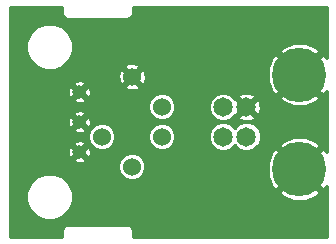
<source format=gbr>
G04 #@! TF.FileFunction,Copper,L2,Inr,Plane*
%FSLAX46Y46*%
G04 Gerber Fmt 4.6, Leading zero omitted, Abs format (unit mm)*
G04 Created by KiCad (PCBNEW 4.0.7) date Thu May  3 20:42:55 2018*
%MOMM*%
%LPD*%
G01*
G04 APERTURE LIST*
%ADD10C,0.100000*%
%ADD11C,1.143000*%
%ADD12C,1.524000*%
%ADD13C,4.600000*%
%ADD14C,1.651000*%
%ADD15C,0.254000*%
G04 APERTURE END LIST*
D10*
D11*
X134620000Y-104140000D03*
X134620000Y-99060000D03*
X134620000Y-101600000D03*
X129540000Y-101600000D03*
D12*
X139065000Y-105410000D03*
X141605000Y-102870000D03*
X141605000Y-100330000D03*
X139065000Y-97790000D03*
D13*
X153250000Y-105600000D03*
X153250000Y-97600000D03*
D14*
X146760000Y-100350000D03*
X148760000Y-100350000D03*
X146760000Y-102850000D03*
X148760000Y-102850000D03*
D12*
X136525000Y-102870000D03*
D15*
G36*
X133173254Y-92456000D02*
X133206043Y-92620839D01*
X133299417Y-92760583D01*
X133439161Y-92853957D01*
X133604000Y-92886746D01*
X138684000Y-92886746D01*
X138848839Y-92853957D01*
X138988583Y-92760583D01*
X139081957Y-92620839D01*
X139114746Y-92456000D01*
X139114746Y-91870746D01*
X155569254Y-91870746D01*
X155569254Y-96184181D01*
X155533518Y-96097907D01*
X155203043Y-95826562D01*
X153429605Y-97600000D01*
X155203043Y-99373438D01*
X155533518Y-99102093D01*
X155569254Y-99014028D01*
X155569254Y-104184181D01*
X155533518Y-104097907D01*
X155203043Y-103826562D01*
X153429605Y-105600000D01*
X155203043Y-107373438D01*
X155533518Y-107102093D01*
X155569254Y-107014028D01*
X155569254Y-111329254D01*
X139114746Y-111329254D01*
X139114746Y-110744000D01*
X139081957Y-110579161D01*
X138988583Y-110439417D01*
X138848839Y-110346043D01*
X138684000Y-110313254D01*
X133604000Y-110313254D01*
X133439161Y-110346043D01*
X133299417Y-110439417D01*
X133206043Y-110579161D01*
X133173254Y-110744000D01*
X133173254Y-111329254D01*
X128700746Y-111329254D01*
X128700746Y-108339791D01*
X130111413Y-108339791D01*
X130410429Y-109063465D01*
X130963623Y-109617625D01*
X131686774Y-109917903D01*
X132469791Y-109918587D01*
X133193465Y-109619571D01*
X133747625Y-109066377D01*
X134047903Y-108343226D01*
X134048587Y-107560209D01*
X134045627Y-107553043D01*
X151476562Y-107553043D01*
X151747907Y-107883518D01*
X152736112Y-108284521D01*
X153802550Y-108276831D01*
X154752093Y-107883518D01*
X155023438Y-107553043D01*
X153250000Y-105779605D01*
X151476562Y-107553043D01*
X134045627Y-107553043D01*
X133749571Y-106836535D01*
X133196377Y-106282375D01*
X132473226Y-105982097D01*
X131690209Y-105981413D01*
X130966535Y-106280429D01*
X130412375Y-106833623D01*
X130112097Y-107556774D01*
X130111413Y-108339791D01*
X128700746Y-108339791D01*
X128700746Y-105636309D01*
X137922056Y-105636309D01*
X138095662Y-106056468D01*
X138416841Y-106378208D01*
X138836696Y-106552547D01*
X139291309Y-106552944D01*
X139711468Y-106379338D01*
X140033208Y-106058159D01*
X140207547Y-105638304D01*
X140207944Y-105183691D01*
X140167626Y-105086112D01*
X150565479Y-105086112D01*
X150573169Y-106152550D01*
X150966482Y-107102093D01*
X151296957Y-107373438D01*
X153070395Y-105600000D01*
X151296957Y-103826562D01*
X150966482Y-104097907D01*
X150565479Y-105086112D01*
X140167626Y-105086112D01*
X140034338Y-104763532D01*
X139713159Y-104441792D01*
X139293304Y-104267453D01*
X138838691Y-104267056D01*
X138418532Y-104440662D01*
X138096792Y-104761841D01*
X137922453Y-105181696D01*
X137922056Y-105636309D01*
X128700746Y-105636309D01*
X128700746Y-104842481D01*
X134097124Y-104842481D01*
X134156967Y-104993376D01*
X134518785Y-105105612D01*
X134896013Y-105070842D01*
X135083033Y-104993376D01*
X135142876Y-104842481D01*
X134620000Y-104319605D01*
X134097124Y-104842481D01*
X128700746Y-104842481D01*
X128700746Y-104038785D01*
X133654388Y-104038785D01*
X133689158Y-104416013D01*
X133766624Y-104603033D01*
X133917519Y-104662876D01*
X134440395Y-104140000D01*
X134799605Y-104140000D01*
X135322481Y-104662876D01*
X135473376Y-104603033D01*
X135585612Y-104241215D01*
X135550842Y-103863987D01*
X135473376Y-103676967D01*
X135322481Y-103617124D01*
X134799605Y-104140000D01*
X134440395Y-104140000D01*
X133917519Y-103617124D01*
X133766624Y-103676967D01*
X133654388Y-104038785D01*
X128700746Y-104038785D01*
X128700746Y-103437519D01*
X134097124Y-103437519D01*
X134620000Y-103960395D01*
X135142876Y-103437519D01*
X135083033Y-103286624D01*
X134721215Y-103174388D01*
X134343987Y-103209158D01*
X134156967Y-103286624D01*
X134097124Y-103437519D01*
X128700746Y-103437519D01*
X128700746Y-103096309D01*
X135382056Y-103096309D01*
X135555662Y-103516468D01*
X135876841Y-103838208D01*
X136296696Y-104012547D01*
X136751309Y-104012944D01*
X137171468Y-103839338D01*
X137493208Y-103518159D01*
X137667547Y-103098304D01*
X137667548Y-103096309D01*
X140462056Y-103096309D01*
X140635662Y-103516468D01*
X140956841Y-103838208D01*
X141376696Y-104012547D01*
X141831309Y-104012944D01*
X142251468Y-103839338D01*
X142573208Y-103518159D01*
X142747547Y-103098304D01*
X142747555Y-103088885D01*
X145553545Y-103088885D01*
X145736798Y-103532391D01*
X146075824Y-103872010D01*
X146519010Y-104056036D01*
X146998885Y-104056455D01*
X147442391Y-103873202D01*
X147760257Y-103555891D01*
X148075824Y-103872010D01*
X148519010Y-104056036D01*
X148998885Y-104056455D01*
X149442391Y-103873202D01*
X149669031Y-103646957D01*
X151476562Y-103646957D01*
X153250000Y-105420395D01*
X155023438Y-103646957D01*
X154752093Y-103316482D01*
X153763888Y-102915479D01*
X152697450Y-102923169D01*
X151747907Y-103316482D01*
X151476562Y-103646957D01*
X149669031Y-103646957D01*
X149782010Y-103534176D01*
X149966036Y-103090990D01*
X149966455Y-102611115D01*
X149783202Y-102167609D01*
X149444176Y-101827990D01*
X149000990Y-101643964D01*
X148521115Y-101643545D01*
X148077609Y-101826798D01*
X147759743Y-102144109D01*
X147444176Y-101827990D01*
X147000990Y-101643964D01*
X146521115Y-101643545D01*
X146077609Y-101826798D01*
X145737990Y-102165824D01*
X145553964Y-102609010D01*
X145553545Y-103088885D01*
X142747555Y-103088885D01*
X142747944Y-102643691D01*
X142574338Y-102223532D01*
X142253159Y-101901792D01*
X141833304Y-101727453D01*
X141378691Y-101727056D01*
X140958532Y-101900662D01*
X140636792Y-102221841D01*
X140462453Y-102641696D01*
X140462056Y-103096309D01*
X137667548Y-103096309D01*
X137667944Y-102643691D01*
X137494338Y-102223532D01*
X137173159Y-101901792D01*
X136753304Y-101727453D01*
X136298691Y-101727056D01*
X135878532Y-101900662D01*
X135556792Y-102221841D01*
X135382453Y-102641696D01*
X135382056Y-103096309D01*
X128700746Y-103096309D01*
X128700746Y-102302481D01*
X134097124Y-102302481D01*
X134156967Y-102453376D01*
X134518785Y-102565612D01*
X134896013Y-102530842D01*
X135083033Y-102453376D01*
X135142876Y-102302481D01*
X134620000Y-101779605D01*
X134097124Y-102302481D01*
X128700746Y-102302481D01*
X128700746Y-101498785D01*
X133654388Y-101498785D01*
X133689158Y-101876013D01*
X133766624Y-102063033D01*
X133917519Y-102122876D01*
X134440395Y-101600000D01*
X134799605Y-101600000D01*
X135322481Y-102122876D01*
X135473376Y-102063033D01*
X135585612Y-101701215D01*
X135550842Y-101323987D01*
X135473376Y-101136967D01*
X135322481Y-101077124D01*
X134799605Y-101600000D01*
X134440395Y-101600000D01*
X133917519Y-101077124D01*
X133766624Y-101136967D01*
X133654388Y-101498785D01*
X128700746Y-101498785D01*
X128700746Y-100897519D01*
X134097124Y-100897519D01*
X134620000Y-101420395D01*
X135142876Y-100897519D01*
X135083033Y-100746624D01*
X134721215Y-100634388D01*
X134343987Y-100669158D01*
X134156967Y-100746624D01*
X134097124Y-100897519D01*
X128700746Y-100897519D01*
X128700746Y-100556309D01*
X140462056Y-100556309D01*
X140635662Y-100976468D01*
X140956841Y-101298208D01*
X141376696Y-101472547D01*
X141831309Y-101472944D01*
X142251468Y-101299338D01*
X142573208Y-100978159D01*
X142734848Y-100588885D01*
X145553545Y-100588885D01*
X145736798Y-101032391D01*
X146075824Y-101372010D01*
X146519010Y-101556036D01*
X146998885Y-101556455D01*
X147442391Y-101373202D01*
X147578722Y-101237109D01*
X148052496Y-101237109D01*
X148143706Y-101414322D01*
X148597916Y-101569150D01*
X149076803Y-101538374D01*
X149376294Y-101414322D01*
X149467504Y-101237109D01*
X148760000Y-100529605D01*
X148052496Y-101237109D01*
X147578722Y-101237109D01*
X147782010Y-101034176D01*
X147790032Y-101014857D01*
X147872891Y-101057504D01*
X148580395Y-100350000D01*
X148939605Y-100350000D01*
X149647109Y-101057504D01*
X149824322Y-100966294D01*
X149979150Y-100512084D01*
X149948374Y-100033197D01*
X149824322Y-99733706D01*
X149647109Y-99642496D01*
X148939605Y-100350000D01*
X148580395Y-100350000D01*
X147872891Y-99642496D01*
X147790374Y-99684967D01*
X147783202Y-99667609D01*
X147578842Y-99462891D01*
X148052496Y-99462891D01*
X148760000Y-100170395D01*
X149377352Y-99553043D01*
X151476562Y-99553043D01*
X151747907Y-99883518D01*
X152736112Y-100284521D01*
X153802550Y-100276831D01*
X154752093Y-99883518D01*
X155023438Y-99553043D01*
X153250000Y-97779605D01*
X151476562Y-99553043D01*
X149377352Y-99553043D01*
X149467504Y-99462891D01*
X149376294Y-99285678D01*
X148922084Y-99130850D01*
X148443197Y-99161626D01*
X148143706Y-99285678D01*
X148052496Y-99462891D01*
X147578842Y-99462891D01*
X147444176Y-99327990D01*
X147000990Y-99143964D01*
X146521115Y-99143545D01*
X146077609Y-99326798D01*
X145737990Y-99665824D01*
X145553964Y-100109010D01*
X145553545Y-100588885D01*
X142734848Y-100588885D01*
X142747547Y-100558304D01*
X142747944Y-100103691D01*
X142574338Y-99683532D01*
X142253159Y-99361792D01*
X141833304Y-99187453D01*
X141378691Y-99187056D01*
X140958532Y-99360662D01*
X140636792Y-99681841D01*
X140462453Y-100101696D01*
X140462056Y-100556309D01*
X128700746Y-100556309D01*
X128700746Y-99762481D01*
X134097124Y-99762481D01*
X134156967Y-99913376D01*
X134518785Y-100025612D01*
X134896013Y-99990842D01*
X135083033Y-99913376D01*
X135142876Y-99762481D01*
X134620000Y-99239605D01*
X134097124Y-99762481D01*
X128700746Y-99762481D01*
X128700746Y-98958785D01*
X133654388Y-98958785D01*
X133689158Y-99336013D01*
X133766624Y-99523033D01*
X133917519Y-99582876D01*
X134440395Y-99060000D01*
X134799605Y-99060000D01*
X135322481Y-99582876D01*
X135473376Y-99523033D01*
X135585612Y-99161215D01*
X135550842Y-98783987D01*
X135487482Y-98631021D01*
X138403584Y-98631021D01*
X138486977Y-98801646D01*
X138918117Y-98945840D01*
X139371618Y-98914066D01*
X139643023Y-98801646D01*
X139726416Y-98631021D01*
X139065000Y-97969605D01*
X138403584Y-98631021D01*
X135487482Y-98631021D01*
X135473376Y-98596967D01*
X135322481Y-98537124D01*
X134799605Y-99060000D01*
X134440395Y-99060000D01*
X133917519Y-98537124D01*
X133766624Y-98596967D01*
X133654388Y-98958785D01*
X128700746Y-98958785D01*
X128700746Y-98357519D01*
X134097124Y-98357519D01*
X134620000Y-98880395D01*
X135142876Y-98357519D01*
X135083033Y-98206624D01*
X134721215Y-98094388D01*
X134343987Y-98129158D01*
X134156967Y-98206624D01*
X134097124Y-98357519D01*
X128700746Y-98357519D01*
X128700746Y-97643117D01*
X137909160Y-97643117D01*
X137940934Y-98096618D01*
X138053354Y-98368023D01*
X138223979Y-98451416D01*
X138885395Y-97790000D01*
X139244605Y-97790000D01*
X139906021Y-98451416D01*
X140076646Y-98368023D01*
X140220840Y-97936883D01*
X140189066Y-97483382D01*
X140076646Y-97211977D01*
X139906021Y-97128584D01*
X139244605Y-97790000D01*
X138885395Y-97790000D01*
X138223979Y-97128584D01*
X138053354Y-97211977D01*
X137909160Y-97643117D01*
X128700746Y-97643117D01*
X128700746Y-95639791D01*
X130111413Y-95639791D01*
X130410429Y-96363465D01*
X130963623Y-96917625D01*
X131686774Y-97217903D01*
X132469791Y-97218587D01*
X133122292Y-96948979D01*
X138403584Y-96948979D01*
X139065000Y-97610395D01*
X139589283Y-97086112D01*
X150565479Y-97086112D01*
X150573169Y-98152550D01*
X150966482Y-99102093D01*
X151296957Y-99373438D01*
X153070395Y-97600000D01*
X151296957Y-95826562D01*
X150966482Y-96097907D01*
X150565479Y-97086112D01*
X139589283Y-97086112D01*
X139726416Y-96948979D01*
X139643023Y-96778354D01*
X139211883Y-96634160D01*
X138758382Y-96665934D01*
X138486977Y-96778354D01*
X138403584Y-96948979D01*
X133122292Y-96948979D01*
X133193465Y-96919571D01*
X133747625Y-96366377D01*
X134046353Y-95646957D01*
X151476562Y-95646957D01*
X153250000Y-97420395D01*
X155023438Y-95646957D01*
X154752093Y-95316482D01*
X153763888Y-94915479D01*
X152697450Y-94923169D01*
X151747907Y-95316482D01*
X151476562Y-95646957D01*
X134046353Y-95646957D01*
X134047903Y-95643226D01*
X134048587Y-94860209D01*
X133749571Y-94136535D01*
X133196377Y-93582375D01*
X132473226Y-93282097D01*
X131690209Y-93281413D01*
X130966535Y-93580429D01*
X130412375Y-94133623D01*
X130112097Y-94856774D01*
X130111413Y-95639791D01*
X128700746Y-95639791D01*
X128700746Y-91870746D01*
X133173254Y-91870746D01*
X133173254Y-92456000D01*
X133173254Y-92456000D01*
G37*
X133173254Y-92456000D02*
X133206043Y-92620839D01*
X133299417Y-92760583D01*
X133439161Y-92853957D01*
X133604000Y-92886746D01*
X138684000Y-92886746D01*
X138848839Y-92853957D01*
X138988583Y-92760583D01*
X139081957Y-92620839D01*
X139114746Y-92456000D01*
X139114746Y-91870746D01*
X155569254Y-91870746D01*
X155569254Y-96184181D01*
X155533518Y-96097907D01*
X155203043Y-95826562D01*
X153429605Y-97600000D01*
X155203043Y-99373438D01*
X155533518Y-99102093D01*
X155569254Y-99014028D01*
X155569254Y-104184181D01*
X155533518Y-104097907D01*
X155203043Y-103826562D01*
X153429605Y-105600000D01*
X155203043Y-107373438D01*
X155533518Y-107102093D01*
X155569254Y-107014028D01*
X155569254Y-111329254D01*
X139114746Y-111329254D01*
X139114746Y-110744000D01*
X139081957Y-110579161D01*
X138988583Y-110439417D01*
X138848839Y-110346043D01*
X138684000Y-110313254D01*
X133604000Y-110313254D01*
X133439161Y-110346043D01*
X133299417Y-110439417D01*
X133206043Y-110579161D01*
X133173254Y-110744000D01*
X133173254Y-111329254D01*
X128700746Y-111329254D01*
X128700746Y-108339791D01*
X130111413Y-108339791D01*
X130410429Y-109063465D01*
X130963623Y-109617625D01*
X131686774Y-109917903D01*
X132469791Y-109918587D01*
X133193465Y-109619571D01*
X133747625Y-109066377D01*
X134047903Y-108343226D01*
X134048587Y-107560209D01*
X134045627Y-107553043D01*
X151476562Y-107553043D01*
X151747907Y-107883518D01*
X152736112Y-108284521D01*
X153802550Y-108276831D01*
X154752093Y-107883518D01*
X155023438Y-107553043D01*
X153250000Y-105779605D01*
X151476562Y-107553043D01*
X134045627Y-107553043D01*
X133749571Y-106836535D01*
X133196377Y-106282375D01*
X132473226Y-105982097D01*
X131690209Y-105981413D01*
X130966535Y-106280429D01*
X130412375Y-106833623D01*
X130112097Y-107556774D01*
X130111413Y-108339791D01*
X128700746Y-108339791D01*
X128700746Y-105636309D01*
X137922056Y-105636309D01*
X138095662Y-106056468D01*
X138416841Y-106378208D01*
X138836696Y-106552547D01*
X139291309Y-106552944D01*
X139711468Y-106379338D01*
X140033208Y-106058159D01*
X140207547Y-105638304D01*
X140207944Y-105183691D01*
X140167626Y-105086112D01*
X150565479Y-105086112D01*
X150573169Y-106152550D01*
X150966482Y-107102093D01*
X151296957Y-107373438D01*
X153070395Y-105600000D01*
X151296957Y-103826562D01*
X150966482Y-104097907D01*
X150565479Y-105086112D01*
X140167626Y-105086112D01*
X140034338Y-104763532D01*
X139713159Y-104441792D01*
X139293304Y-104267453D01*
X138838691Y-104267056D01*
X138418532Y-104440662D01*
X138096792Y-104761841D01*
X137922453Y-105181696D01*
X137922056Y-105636309D01*
X128700746Y-105636309D01*
X128700746Y-104842481D01*
X134097124Y-104842481D01*
X134156967Y-104993376D01*
X134518785Y-105105612D01*
X134896013Y-105070842D01*
X135083033Y-104993376D01*
X135142876Y-104842481D01*
X134620000Y-104319605D01*
X134097124Y-104842481D01*
X128700746Y-104842481D01*
X128700746Y-104038785D01*
X133654388Y-104038785D01*
X133689158Y-104416013D01*
X133766624Y-104603033D01*
X133917519Y-104662876D01*
X134440395Y-104140000D01*
X134799605Y-104140000D01*
X135322481Y-104662876D01*
X135473376Y-104603033D01*
X135585612Y-104241215D01*
X135550842Y-103863987D01*
X135473376Y-103676967D01*
X135322481Y-103617124D01*
X134799605Y-104140000D01*
X134440395Y-104140000D01*
X133917519Y-103617124D01*
X133766624Y-103676967D01*
X133654388Y-104038785D01*
X128700746Y-104038785D01*
X128700746Y-103437519D01*
X134097124Y-103437519D01*
X134620000Y-103960395D01*
X135142876Y-103437519D01*
X135083033Y-103286624D01*
X134721215Y-103174388D01*
X134343987Y-103209158D01*
X134156967Y-103286624D01*
X134097124Y-103437519D01*
X128700746Y-103437519D01*
X128700746Y-103096309D01*
X135382056Y-103096309D01*
X135555662Y-103516468D01*
X135876841Y-103838208D01*
X136296696Y-104012547D01*
X136751309Y-104012944D01*
X137171468Y-103839338D01*
X137493208Y-103518159D01*
X137667547Y-103098304D01*
X137667548Y-103096309D01*
X140462056Y-103096309D01*
X140635662Y-103516468D01*
X140956841Y-103838208D01*
X141376696Y-104012547D01*
X141831309Y-104012944D01*
X142251468Y-103839338D01*
X142573208Y-103518159D01*
X142747547Y-103098304D01*
X142747555Y-103088885D01*
X145553545Y-103088885D01*
X145736798Y-103532391D01*
X146075824Y-103872010D01*
X146519010Y-104056036D01*
X146998885Y-104056455D01*
X147442391Y-103873202D01*
X147760257Y-103555891D01*
X148075824Y-103872010D01*
X148519010Y-104056036D01*
X148998885Y-104056455D01*
X149442391Y-103873202D01*
X149669031Y-103646957D01*
X151476562Y-103646957D01*
X153250000Y-105420395D01*
X155023438Y-103646957D01*
X154752093Y-103316482D01*
X153763888Y-102915479D01*
X152697450Y-102923169D01*
X151747907Y-103316482D01*
X151476562Y-103646957D01*
X149669031Y-103646957D01*
X149782010Y-103534176D01*
X149966036Y-103090990D01*
X149966455Y-102611115D01*
X149783202Y-102167609D01*
X149444176Y-101827990D01*
X149000990Y-101643964D01*
X148521115Y-101643545D01*
X148077609Y-101826798D01*
X147759743Y-102144109D01*
X147444176Y-101827990D01*
X147000990Y-101643964D01*
X146521115Y-101643545D01*
X146077609Y-101826798D01*
X145737990Y-102165824D01*
X145553964Y-102609010D01*
X145553545Y-103088885D01*
X142747555Y-103088885D01*
X142747944Y-102643691D01*
X142574338Y-102223532D01*
X142253159Y-101901792D01*
X141833304Y-101727453D01*
X141378691Y-101727056D01*
X140958532Y-101900662D01*
X140636792Y-102221841D01*
X140462453Y-102641696D01*
X140462056Y-103096309D01*
X137667548Y-103096309D01*
X137667944Y-102643691D01*
X137494338Y-102223532D01*
X137173159Y-101901792D01*
X136753304Y-101727453D01*
X136298691Y-101727056D01*
X135878532Y-101900662D01*
X135556792Y-102221841D01*
X135382453Y-102641696D01*
X135382056Y-103096309D01*
X128700746Y-103096309D01*
X128700746Y-102302481D01*
X134097124Y-102302481D01*
X134156967Y-102453376D01*
X134518785Y-102565612D01*
X134896013Y-102530842D01*
X135083033Y-102453376D01*
X135142876Y-102302481D01*
X134620000Y-101779605D01*
X134097124Y-102302481D01*
X128700746Y-102302481D01*
X128700746Y-101498785D01*
X133654388Y-101498785D01*
X133689158Y-101876013D01*
X133766624Y-102063033D01*
X133917519Y-102122876D01*
X134440395Y-101600000D01*
X134799605Y-101600000D01*
X135322481Y-102122876D01*
X135473376Y-102063033D01*
X135585612Y-101701215D01*
X135550842Y-101323987D01*
X135473376Y-101136967D01*
X135322481Y-101077124D01*
X134799605Y-101600000D01*
X134440395Y-101600000D01*
X133917519Y-101077124D01*
X133766624Y-101136967D01*
X133654388Y-101498785D01*
X128700746Y-101498785D01*
X128700746Y-100897519D01*
X134097124Y-100897519D01*
X134620000Y-101420395D01*
X135142876Y-100897519D01*
X135083033Y-100746624D01*
X134721215Y-100634388D01*
X134343987Y-100669158D01*
X134156967Y-100746624D01*
X134097124Y-100897519D01*
X128700746Y-100897519D01*
X128700746Y-100556309D01*
X140462056Y-100556309D01*
X140635662Y-100976468D01*
X140956841Y-101298208D01*
X141376696Y-101472547D01*
X141831309Y-101472944D01*
X142251468Y-101299338D01*
X142573208Y-100978159D01*
X142734848Y-100588885D01*
X145553545Y-100588885D01*
X145736798Y-101032391D01*
X146075824Y-101372010D01*
X146519010Y-101556036D01*
X146998885Y-101556455D01*
X147442391Y-101373202D01*
X147578722Y-101237109D01*
X148052496Y-101237109D01*
X148143706Y-101414322D01*
X148597916Y-101569150D01*
X149076803Y-101538374D01*
X149376294Y-101414322D01*
X149467504Y-101237109D01*
X148760000Y-100529605D01*
X148052496Y-101237109D01*
X147578722Y-101237109D01*
X147782010Y-101034176D01*
X147790032Y-101014857D01*
X147872891Y-101057504D01*
X148580395Y-100350000D01*
X148939605Y-100350000D01*
X149647109Y-101057504D01*
X149824322Y-100966294D01*
X149979150Y-100512084D01*
X149948374Y-100033197D01*
X149824322Y-99733706D01*
X149647109Y-99642496D01*
X148939605Y-100350000D01*
X148580395Y-100350000D01*
X147872891Y-99642496D01*
X147790374Y-99684967D01*
X147783202Y-99667609D01*
X147578842Y-99462891D01*
X148052496Y-99462891D01*
X148760000Y-100170395D01*
X149377352Y-99553043D01*
X151476562Y-99553043D01*
X151747907Y-99883518D01*
X152736112Y-100284521D01*
X153802550Y-100276831D01*
X154752093Y-99883518D01*
X155023438Y-99553043D01*
X153250000Y-97779605D01*
X151476562Y-99553043D01*
X149377352Y-99553043D01*
X149467504Y-99462891D01*
X149376294Y-99285678D01*
X148922084Y-99130850D01*
X148443197Y-99161626D01*
X148143706Y-99285678D01*
X148052496Y-99462891D01*
X147578842Y-99462891D01*
X147444176Y-99327990D01*
X147000990Y-99143964D01*
X146521115Y-99143545D01*
X146077609Y-99326798D01*
X145737990Y-99665824D01*
X145553964Y-100109010D01*
X145553545Y-100588885D01*
X142734848Y-100588885D01*
X142747547Y-100558304D01*
X142747944Y-100103691D01*
X142574338Y-99683532D01*
X142253159Y-99361792D01*
X141833304Y-99187453D01*
X141378691Y-99187056D01*
X140958532Y-99360662D01*
X140636792Y-99681841D01*
X140462453Y-100101696D01*
X140462056Y-100556309D01*
X128700746Y-100556309D01*
X128700746Y-99762481D01*
X134097124Y-99762481D01*
X134156967Y-99913376D01*
X134518785Y-100025612D01*
X134896013Y-99990842D01*
X135083033Y-99913376D01*
X135142876Y-99762481D01*
X134620000Y-99239605D01*
X134097124Y-99762481D01*
X128700746Y-99762481D01*
X128700746Y-98958785D01*
X133654388Y-98958785D01*
X133689158Y-99336013D01*
X133766624Y-99523033D01*
X133917519Y-99582876D01*
X134440395Y-99060000D01*
X134799605Y-99060000D01*
X135322481Y-99582876D01*
X135473376Y-99523033D01*
X135585612Y-99161215D01*
X135550842Y-98783987D01*
X135487482Y-98631021D01*
X138403584Y-98631021D01*
X138486977Y-98801646D01*
X138918117Y-98945840D01*
X139371618Y-98914066D01*
X139643023Y-98801646D01*
X139726416Y-98631021D01*
X139065000Y-97969605D01*
X138403584Y-98631021D01*
X135487482Y-98631021D01*
X135473376Y-98596967D01*
X135322481Y-98537124D01*
X134799605Y-99060000D01*
X134440395Y-99060000D01*
X133917519Y-98537124D01*
X133766624Y-98596967D01*
X133654388Y-98958785D01*
X128700746Y-98958785D01*
X128700746Y-98357519D01*
X134097124Y-98357519D01*
X134620000Y-98880395D01*
X135142876Y-98357519D01*
X135083033Y-98206624D01*
X134721215Y-98094388D01*
X134343987Y-98129158D01*
X134156967Y-98206624D01*
X134097124Y-98357519D01*
X128700746Y-98357519D01*
X128700746Y-97643117D01*
X137909160Y-97643117D01*
X137940934Y-98096618D01*
X138053354Y-98368023D01*
X138223979Y-98451416D01*
X138885395Y-97790000D01*
X139244605Y-97790000D01*
X139906021Y-98451416D01*
X140076646Y-98368023D01*
X140220840Y-97936883D01*
X140189066Y-97483382D01*
X140076646Y-97211977D01*
X139906021Y-97128584D01*
X139244605Y-97790000D01*
X138885395Y-97790000D01*
X138223979Y-97128584D01*
X138053354Y-97211977D01*
X137909160Y-97643117D01*
X128700746Y-97643117D01*
X128700746Y-95639791D01*
X130111413Y-95639791D01*
X130410429Y-96363465D01*
X130963623Y-96917625D01*
X131686774Y-97217903D01*
X132469791Y-97218587D01*
X133122292Y-96948979D01*
X138403584Y-96948979D01*
X139065000Y-97610395D01*
X139589283Y-97086112D01*
X150565479Y-97086112D01*
X150573169Y-98152550D01*
X150966482Y-99102093D01*
X151296957Y-99373438D01*
X153070395Y-97600000D01*
X151296957Y-95826562D01*
X150966482Y-96097907D01*
X150565479Y-97086112D01*
X139589283Y-97086112D01*
X139726416Y-96948979D01*
X139643023Y-96778354D01*
X139211883Y-96634160D01*
X138758382Y-96665934D01*
X138486977Y-96778354D01*
X138403584Y-96948979D01*
X133122292Y-96948979D01*
X133193465Y-96919571D01*
X133747625Y-96366377D01*
X134046353Y-95646957D01*
X151476562Y-95646957D01*
X153250000Y-97420395D01*
X155023438Y-95646957D01*
X154752093Y-95316482D01*
X153763888Y-94915479D01*
X152697450Y-94923169D01*
X151747907Y-95316482D01*
X151476562Y-95646957D01*
X134046353Y-95646957D01*
X134047903Y-95643226D01*
X134048587Y-94860209D01*
X133749571Y-94136535D01*
X133196377Y-93582375D01*
X132473226Y-93282097D01*
X131690209Y-93281413D01*
X130966535Y-93580429D01*
X130412375Y-94133623D01*
X130112097Y-94856774D01*
X130111413Y-95639791D01*
X128700746Y-95639791D01*
X128700746Y-91870746D01*
X133173254Y-91870746D01*
X133173254Y-92456000D01*
M02*

</source>
